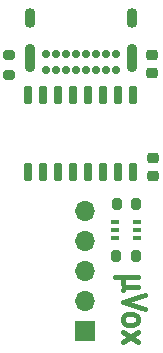
<source format=gbr>
%TF.GenerationSoftware,KiCad,Pcbnew,(6.0.1-0)*%
%TF.CreationDate,2022-02-08T22:41:07+01:00*%
%TF.ProjectId,muVox_programmer,6d75566f-785f-4707-926f-6772616d6d65,rev?*%
%TF.SameCoordinates,Original*%
%TF.FileFunction,Soldermask,Top*%
%TF.FilePolarity,Negative*%
%FSLAX46Y46*%
G04 Gerber Fmt 4.6, Leading zero omitted, Abs format (unit mm)*
G04 Created by KiCad (PCBNEW (6.0.1-0)) date 2022-02-08 22:41:07*
%MOMM*%
%LPD*%
G01*
G04 APERTURE LIST*
G04 Aperture macros list*
%AMRoundRect*
0 Rectangle with rounded corners*
0 $1 Rounding radius*
0 $2 $3 $4 $5 $6 $7 $8 $9 X,Y pos of 4 corners*
0 Add a 4 corners polygon primitive as box body*
4,1,4,$2,$3,$4,$5,$6,$7,$8,$9,$2,$3,0*
0 Add four circle primitives for the rounded corners*
1,1,$1+$1,$2,$3*
1,1,$1+$1,$4,$5*
1,1,$1+$1,$6,$7*
1,1,$1+$1,$8,$9*
0 Add four rect primitives between the rounded corners*
20,1,$1+$1,$2,$3,$4,$5,0*
20,1,$1+$1,$4,$5,$6,$7,0*
20,1,$1+$1,$6,$7,$8,$9,0*
20,1,$1+$1,$8,$9,$2,$3,0*%
G04 Aperture macros list end*
%ADD10C,0.400000*%
%ADD11RoundRect,0.150000X-0.150000X0.650000X-0.150000X-0.650000X0.150000X-0.650000X0.150000X0.650000X0*%
%ADD12C,0.700000*%
%ADD13O,0.900000X2.400000*%
%ADD14O,0.900000X1.700000*%
%ADD15R,0.650000X0.400000*%
%ADD16R,1.700000X1.700000*%
%ADD17O,1.700000X1.700000*%
%ADD18RoundRect,0.225000X0.250000X-0.225000X0.250000X0.225000X-0.250000X0.225000X-0.250000X-0.225000X0*%
%ADD19RoundRect,0.200000X0.275000X-0.200000X0.275000X0.200000X-0.275000X0.200000X-0.275000X-0.200000X0*%
%ADD20RoundRect,0.200000X0.200000X0.275000X-0.200000X0.275000X-0.200000X-0.275000X0.200000X-0.275000X0*%
%ADD21RoundRect,0.200000X-0.200000X-0.275000X0.200000X-0.275000X0.200000X0.275000X-0.200000X0.275000X0*%
G04 APERTURE END LIST*
D10*
X142520142Y-74163571D02*
X140620142Y-74163571D01*
X141524904Y-74973095D02*
X141343952Y-75054047D01*
X141253476Y-75215952D01*
X141524904Y-74163571D02*
X141343952Y-74244523D01*
X141253476Y-74406428D01*
X141253476Y-74730238D01*
X141343952Y-74892142D01*
X141524904Y-74973095D01*
X142520142Y-74973095D01*
X143153476Y-75701666D02*
X141253476Y-76268333D01*
X143153476Y-76835000D01*
X141253476Y-77644523D02*
X141343952Y-77482619D01*
X141434428Y-77401666D01*
X141615380Y-77320714D01*
X142158238Y-77320714D01*
X142339190Y-77401666D01*
X142429666Y-77482619D01*
X142520142Y-77644523D01*
X142520142Y-77887380D01*
X142429666Y-78049285D01*
X142339190Y-78130238D01*
X142158238Y-78211190D01*
X141615380Y-78211190D01*
X141434428Y-78130238D01*
X141343952Y-78049285D01*
X141253476Y-77887380D01*
X141253476Y-77644523D01*
X141253476Y-78777857D02*
X142520142Y-79668333D01*
X142520142Y-78777857D02*
X141253476Y-79668333D01*
D11*
%TO.C,U1*%
X142113000Y-58726000D03*
X140843000Y-58726000D03*
X139573000Y-58726000D03*
X138303000Y-58726000D03*
X137033000Y-58726000D03*
X135763000Y-58726000D03*
X134493000Y-58726000D03*
X133223000Y-58726000D03*
X133223000Y-65226000D03*
X134493000Y-65226000D03*
X135763000Y-65226000D03*
X137033000Y-65226000D03*
X138303000Y-65226000D03*
X139573000Y-65226000D03*
X140843000Y-65226000D03*
X142113000Y-65226000D03*
%TD*%
D12*
%TO.C,J1*%
X140677000Y-56603000D03*
X139827000Y-56603000D03*
X138977000Y-56603000D03*
X138127000Y-56603000D03*
X137277000Y-56603000D03*
X136427000Y-56603000D03*
X135577000Y-56603000D03*
X134727000Y-56603000D03*
X134727000Y-55253000D03*
X135577000Y-55253000D03*
X136427000Y-55253000D03*
X137277000Y-55253000D03*
X138127000Y-55253000D03*
X138977000Y-55253000D03*
X139827000Y-55253000D03*
X140677000Y-55253000D03*
D13*
X142027000Y-55623000D03*
D14*
X142027000Y-52243000D03*
X133377000Y-52243000D03*
D13*
X133377000Y-55623000D03*
%TD*%
D15*
%TO.C,Q1*%
X142492000Y-70804800D03*
X142492000Y-70154800D03*
X142492000Y-69504800D03*
X140592000Y-69504800D03*
X140592000Y-70154800D03*
X140592000Y-70804800D03*
%TD*%
D16*
%TO.C,J2*%
X138049000Y-78740000D03*
D17*
X138049000Y-76200000D03*
X138049000Y-73660000D03*
X138049000Y-71120000D03*
X138049000Y-68580000D03*
%TD*%
D18*
%TO.C,C2*%
X143865600Y-65595800D03*
X143865600Y-64045800D03*
%TD*%
D19*
%TO.C,R1*%
X131673600Y-57009800D03*
X131673600Y-55359800D03*
%TD*%
D18*
%TO.C,C1*%
X143764000Y-56896000D03*
X143764000Y-55346000D03*
%TD*%
D20*
%TO.C,R2*%
X142417800Y-67970400D03*
X140767800Y-67970400D03*
%TD*%
D21*
%TO.C,R3*%
X140717000Y-72390000D03*
X142367000Y-72390000D03*
%TD*%
M02*

</source>
